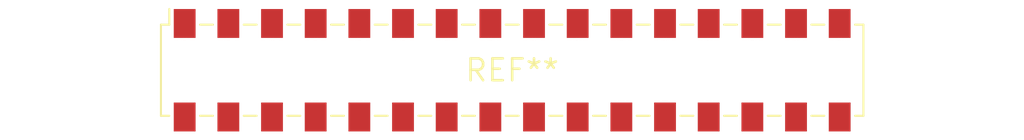
<source format=kicad_pcb>
(kicad_pcb (version 20240108) (generator pcbnew)
  (layers (0 "F.Cu" signal) (31 "B.Cu" signal) (34 "B.Paste" user) (35 "F.Paste" user) (36 "B.SilkS" user "B.Silkscreen") (37 "F.SilkS" user "F.Silkscreen") (38 "B.Mask" user) (39 "F.Mask" user) (44 "Edge.Cuts" user))
  (net 0 "")
  (footprint "Samtec_HLE-116-02-xxx-DV-BE_2x16_P2.54mm_Horizontal" (layer "F.Cu") (at 0 0)
    (property "Reference" "REF**")
    (property "Value" "Samtec_HLE-116-02-xxx-DV-BE_2x16_P2.54mm_Horizontal")
    (fp_line (start -20.43 -2.65) (end -20.43 2.65) (layer "F.SilkS") (stroke (width 0.12)))
    (fp_line (start -20.43 2.65) (end -19.945 2.65) (layer "F.SilkS") (stroke (width 0.12)))
    (fp_line (start -19.945 -3.56) (end -19.945 -2.65) (layer "F.SilkS") (stroke (width 0.12)))
    (fp_line (start -19.945 -2.65) (end -20.43 -2.65) (layer "F.SilkS") (stroke (width 0.12)))
    (fp_line (start -18.155 -2.65) (end -17.405 -2.65) (layer "F.SilkS") (stroke (width 0.12)))
    (fp_line (start -18.155 2.65) (end -17.405 2.65) (layer "F.SilkS") (stroke (width 0.12)))
    (fp_line (start -15.615 -2.65) (end -14.865 -2.65) (layer "F.SilkS") (stroke (width 0.12)))
    (fp_line (start -15.615 2.65) (end -14.865 2.65) (layer "F.SilkS") (stroke (width 0.12)))
    (fp_line (start -13.075 -2.65) (end -12.325 -2.65) (layer "F.SilkS") (stroke (width 0.12)))
    (fp_line (start -13.075 2.65) (end -12.325 2.65) (layer "F.SilkS") (stroke (width 0.12)))
    (fp_line (start -10.535 -2.65) (end -9.785 -2.65) (layer "F.SilkS") (stroke (width 0.12)))
    (fp_line (start -10.535 2.65) (end -9.785 2.65) (layer "F.SilkS") (stroke (width 0.12)))
    (fp_line (start -7.995 -2.65) (end -7.245 -2.65) (layer "F.SilkS") (stroke (width 0.12)))
    (fp_line (start -7.995 2.65) (end -7.245 2.65) (layer "F.SilkS") (stroke (width 0.12)))
    (fp_line (start -5.455 -2.65) (end -4.705 -2.65) (layer "F.SilkS") (stroke (width 0.12)))
    (fp_line (start -5.455 2.65) (end -4.705 2.65) (layer "F.SilkS") (stroke (width 0.12)))
    (fp_line (start -2.915 -2.65) (end -2.165 -2.65) (layer "F.SilkS") (stroke (width 0.12)))
    (fp_line (start -2.915 2.65) (end -2.165 2.65) (layer "F.SilkS") (stroke (width 0.12)))
    (fp_line (start -0.375 -2.65) (end 0.375 -2.65) (layer "F.SilkS") (stroke (width 0.12)))
    (fp_line (start -0.375 2.65) (end 0.375 2.65) (layer "F.SilkS") (stroke (width 0.12)))
    (fp_line (start 2.165 -2.65) (end 2.915 -2.65) (layer "F.SilkS") (stroke (width 0.12)))
    (fp_line (start 2.165 2.65) (end 2.915 2.65) (layer "F.SilkS") (stroke (width 0.12)))
    (fp_line (start 4.705 -2.65) (end 5.455 -2.65) (layer "F.SilkS") (stroke (width 0.12)))
    (fp_line (start 4.705 2.65) (end 5.455 2.65) (layer "F.SilkS") (stroke (width 0.12)))
    (fp_line (start 7.245 -2.65) (end 7.995 -2.65) (layer "F.SilkS") (stroke (width 0.12)))
    (fp_line (start 7.245 2.65) (end 7.995 2.65) (layer "F.SilkS") (stroke (width 0.12)))
    (fp_line (start 9.785 -2.65) (end 10.535 -2.65) (layer "F.SilkS") (stroke (width 0.12)))
    (fp_line (start 9.785 2.65) (end 10.535 2.65) (layer "F.SilkS") (stroke (width 0.12)))
    (fp_line (start 12.325 -2.65) (end 13.075 -2.65) (layer "F.SilkS") (stroke (width 0.12)))
    (fp_line (start 12.325 2.65) (end 13.075 2.65) (layer "F.SilkS") (stroke (width 0.12)))
    (fp_line (start 14.865 -2.65) (end 15.615 -2.65) (layer "F.SilkS") (stroke (width 0.12)))
    (fp_line (start 14.865 2.65) (end 15.615 2.65) (layer "F.SilkS") (stroke (width 0.12)))
    (fp_line (start 17.405 -2.65) (end 18.155 -2.65) (layer "F.SilkS") (stroke (width 0.12)))
    (fp_line (start 17.405 2.65) (end 18.155 2.65) (layer "F.SilkS") (stroke (width 0.12)))
    (fp_line (start 19.945 -2.65) (end 20.43 -2.65) (layer "F.SilkS") (stroke (width 0.12)))
    (fp_line (start 20.43 -2.65) (end 20.43 2.65) (layer "F.SilkS") (stroke (width 0.12)))
    (fp_line (start 20.43 2.65) (end 19.945 2.65) (layer "F.SilkS") (stroke (width 0.12)))
    (pad "" np_thru_hole circle (at -19.05 -1.27) (size 0.97 0.97) (drill 0.97) (layers *.Cu *.Mask))
    (pad "" np_thru_hole circle (at -19.05 1.27) (size 0.97 0.97) (drill 0.97) (layers *.Cu *.Mask))
    (pad "" np_thru_hole circle (at -16.51 -1.27) (size 0.97 0.97) (drill 0.97) (layers *.Cu *.Mask))
    (pad "" np_thru_hole circle (at -16.51 1.27) (size 0.97 0.97) (drill 0.97) (layers *.Cu *.Mask))
    (pad "" np_thru_hole circle (at -13.97 -1.27) (size 0.97 0.97) (drill 0.97) (layers *.Cu *.Mask))
    (pad "" np_thru_hole circle (at -13.97 1.27) (size 0.97 0.97) (drill 0.97) (layers *.Cu *.Mask))
    (pad "" np_thru_hole circle (at -11.43 -1.27) (size 0.97 0.97) (drill 0.97) (layers *.Cu *.Mask))
    (pad "" np_thru_hole circle (at -11.43 1.27) (size 0.97 0.97) (drill 0.97) (layers *.Cu *.Mask))
    (pad "" np_thru_hole circle (at -8.89 -1.27) (size 0.97 0.97) (drill 0.97) (layers *.Cu *.Mask))
    (pad "" np_thru_hole circle (at -8.89 1.27) (size 0.97 0.97) (drill 0.97) (layers *.Cu *.Mask))
    (pad "" np_thru_hole circle (at -6.35 -1.27) (size 0.97 0.97) (drill 0.97) (layers *.Cu *.Mask))
    (pad "" np_thru_hole circle (at -6.35 1.27) (size 0.97 0.97) (drill 0.97) (layers *.Cu *.Mask))
    (pad "" np_thru_hole circle (at -3.81 -1.27) (size 0.97 0.97) (drill 0.97) (layers *.Cu *.Mask))
    (pad "" np_thru_hole circle (at -3.81 1.27) (size 0.97 0.97) (drill 0.97) (layers *.Cu *.Mask))
    (pad "" np_thru_hole circle (at -1.27 -1.27) (size 0.97 0.97) (drill 0.97) (layers *.Cu *.Mask))
    (pad "" np_thru_hole circle (at -1.27 1.27) (size 0.97 0.97) (drill 0.97) (layers *.Cu *.Mask))
    (pad "" np_thru_hole circle (at 1.27 -1.27) (size 0.97 0.97) (drill 0.97) (layers *.Cu *.Mask))
    (pad "" np_thru_hole circle (at 1.27 1.27) (size 0.97 0.97) (drill 0.97) (layers *.Cu *.Mask))
    (pad "" np_thru_hole circle (at 3.81 -1.27) (size 0.97 0.97) (drill 0.97) (layers *.Cu *.Mask))
    (pad "" np_thru_hole circle (at 3.81 1.27) (size 0.97 0.97) (drill 0.97) (layers *.Cu *.Mask))
    (pad "" np_thru_hole circle (at 6.35 -1.27) (size 0.97 0.97) (drill 0.97) (layers *.Cu *.Mask))
    (pad "" np_thru_hole circle (at 6.35 1.27) (size 0.97 0.97) (drill 0.97) (layers *.Cu *.Mask))
    (pad "" np_thru_hole circle (at 8.89 -1.27) (size 0.97 0.97) (drill 0.97) (layers *.Cu *.Mask))
    (pad "" np_thru_hole circle (at 8.89 1.27) (size 0.97 0.97) (drill 0.97) (layers *.Cu *.Mask))
    (pad "" np_thru_hole circle (at 11.43 -1.27) (size 0.97 0.97) (drill 0.97) (layers *.Cu *.Mask))
    (pad "" np_thru_hole circle (at 11.43 1.27) (size 0.97 0.97) (drill 0.97) (layers *.Cu *.Mask))
    (pad "" np_thru_hole circle (at 13.97 -1.27) (size 0.97 0.97) (drill 0.97) (layers *.Cu *.Mask))
    (pad "" np_thru_hole circle (at 13.97 1.27) (size 0.97 0.97) (drill 0.97) (layers *.Cu *.Mask))
    (pad "" np_thru_hole circle (at 16.51 -1.27) (size 0.97 0.97) (drill 0.97) (layers *.Cu *.Mask))
    (pad "" np_thru_hole circle (at 16.51 1.27) (size 0.97 0.97) (drill 0.97) (layers *.Cu *.Mask))
    (pad "" np_thru_hole circle (at 19.05 -1.27) (size 0.97 0.97) (drill 0.97) (layers *.Cu *.Mask))
    (pad "" np_thru_hole circle (at 19.05 1.27) (size 0.97 0.97) (drill 0.97) (layers *.Cu *.Mask))
    (pad "1" smd rect (at -19.05 -2.72) (size 1.27 1.68) (layers "F.Cu" "F.Paste" "F.Mask"))
    (pad "2" smd rect (at -19.05 2.72) (size 1.27 1.68) (layers "F.Cu" "F.Paste" "F.Mask"))
    (pad "3" smd rect (at -16.51 -2.72) (size 1.27 1.68) (layers "F.Cu" "F.Paste" "F.Mask"))
    (pad "4" smd rect (at -16.51 2.72) (size 1.27 1.68) (layers "F.Cu" "F.Paste" "F.Mask"))
    (pad "5" smd rect (at -13.97 -2.72) (size 1.27 1.68) (layers "F.Cu" "F.Paste" "F.Mask"))
    (pad "6" smd rect (at -13.97 2.72) (size 1.27 1.68) (layers "F.Cu" "F.Paste" "F.Mask"))
    (pad "7" smd rect (at -11.43 -2.72) (size 1.27 1.68) (layers "F.Cu" "F.Paste" "F.Mask"))
    (pad "8" smd rect (at -11.43 2.72) (size 1.27 1.68) (layers "F.Cu" "F.Paste" "F.Mask"))
    (pad "9" smd rect (at -8.89 -2.72) (size 1.27 1.68) (layers "F.Cu" "F.Paste" "F.Mask"))
    (pad "10" smd rect (at -8.89 2.72) (size 1.27 1.68) (layers "F.Cu" "F.Paste" "F.Mask"))
    (pad "11" smd rect (at -6.35 -2.72) (size 1.27 1.68) (layers "F.Cu" "F.Paste" "F.Mask"))
    (pad "12" smd rect (at -6.35 2.72) (size 1.27 1.68) (layers "F.Cu" "F.Paste" "F.Mask"))
    (pad "13" smd rect (at -3.81 -2.72) (size 1.27 1.68) (layers "F.Cu" "F.Paste" "F.Mask"))
    (pad "14" smd rect (at -3.81 2.72) (size 1.27 1.68) (layers "F.Cu" "F.Paste" "F.Mask"))
    (pad "15" smd rect (at -1.27 -2.72) (size 1.27 1.68) (layers "F.Cu" "F.Paste" "F.Mask"))
    (pad "16" smd rect (at -1.27 2.72) (size 1.27 1.68) (layers "F.Cu" "F.Paste" "F.Mask"))
    (pad "17" smd rect (at 1.27 -2.72) (size 1.27 1.68) (layers "F.Cu" "F.Paste" "F.Mask"))
    (pad "18" smd rect (at 1.27 2.72) (size 1.27 1.68) (layers "F.Cu" "F.Paste" "F.Mask"))
    (pad "19" smd rect (at 3.81 -2.72) (size 1.27 1.68) (layers "F.Cu" "F.Paste" "F.Mask"))
    (pad "20" smd rect (at 3.81 2.72) (size 1.27 1.68) (layers "F.Cu" "F.Paste" "F.Mask"))
    (pad "21" smd rect (at 6.35 -2.72) (size 1.27 1.68) (layers "F.Cu" "F.Paste" "F.Mask"))
    (pad "22" smd rect (at 6.35 2.72) (size 1.27 1.68) (layers "F.Cu" "F.Paste" "F.Mask"))
    (pad "23" smd rect (at 8.89 -2.72) (size 1.27 1.68) (layers "F.Cu" "F.Paste" "F.Mask"))
    (pad "24" smd rect (at 8.89 2.72) (size 1.27 1.68) (layers "F.Cu" "F.Paste" "F.Mask"))
    (pad "25" smd rect (at 11.43 -2.72) (size 1.27 1.68) (layers "F.Cu" "F.Paste" "F.Mask"))
    (pad "26" smd rect (at 11.43 2.72) (size 1.27 1.68) (layers "F.Cu" "F.Paste" "F.Mask"))
    (pad "27" smd rect (at 13.97 -2.72) (size 1.27 1.68) (layers "F.Cu" "F.Paste" "F.Mask"))
    (pad "28" smd rect (at 13.97 2.72) (size 1.27 1.68) (layers "F.Cu" "F.Paste" "F.Mask"))
    (pad "29" smd rect (at 16.51 -2.72) (size 1.27 1.68) (layers "F.Cu" "F.Paste" "F.Mask"))
    (pad "30" smd rect (at 16.51 2.72) (size 1.27 1.68) (layers "F.Cu" "F.Paste" "F.Mask"))
    (pad "31" smd rect (at 19.05 -2.72) (size 1.27 1.68) (layers "F.Cu" "F.Paste" "F.Mask"))
    (pad "32" smd rect (at 19.05 2.72) (size 1.27 1.68) (layers "F.Cu" "F.Paste" "F.Mask"))
  )
)
</source>
